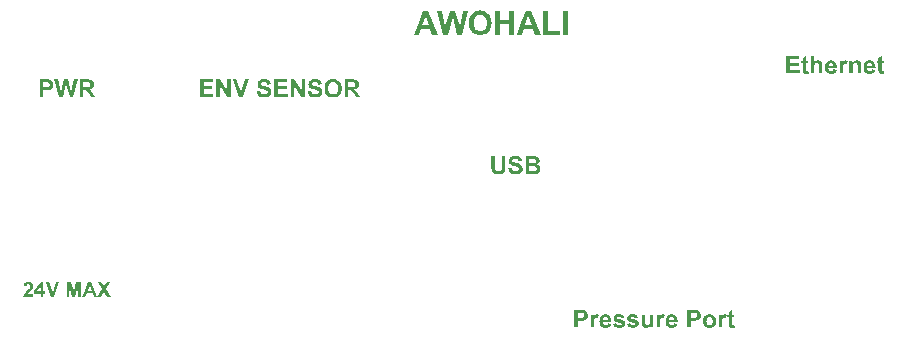
<source format=gbr>
%TF.GenerationSoftware,KiCad,Pcbnew,9.0.2*%
%TF.CreationDate,2025-05-19T10:18:23-04:00*%
%TF.ProjectId,frontPanel,66726f6e-7450-4616-9e65-6c2e6b696361,1*%
%TF.SameCoordinates,Original*%
%TF.FileFunction,Legend,Top*%
%TF.FilePolarity,Positive*%
%FSLAX46Y46*%
G04 Gerber Fmt 4.6, Leading zero omitted, Abs format (unit mm)*
G04 Created by KiCad (PCBNEW 9.0.2) date 2025-05-19 10:18:23*
%MOMM*%
%LPD*%
G01*
G04 APERTURE LIST*
%ADD10C,0.375000*%
%ADD11C,0.250000*%
G04 APERTURE END LIST*
D10*
G36*
X104444326Y-87623372D02*
G01*
X104552036Y-87638633D01*
X104632872Y-87669771D01*
X104704486Y-87718326D01*
X104768283Y-87786094D01*
X104815312Y-87865965D01*
X104844858Y-87962330D01*
X104855386Y-88079277D01*
X104849279Y-88170644D01*
X104832136Y-88247584D01*
X104805194Y-88312468D01*
X104767804Y-88372208D01*
X104725326Y-88421306D01*
X104677608Y-88460937D01*
X104598183Y-88506375D01*
X104520254Y-88532287D01*
X104399459Y-88547619D01*
X104205639Y-88553902D01*
X104007894Y-88553902D01*
X104007894Y-89122500D01*
X103704636Y-89122500D01*
X103704636Y-88301844D01*
X104007894Y-88301844D01*
X104173857Y-88301844D01*
X104338390Y-88294203D01*
X104413642Y-88277847D01*
X104467897Y-88246833D01*
X104508439Y-88202834D01*
X104533992Y-88148271D01*
X104542786Y-88083948D01*
X104537120Y-88030155D01*
X104520966Y-87984874D01*
X104494609Y-87946287D01*
X104459709Y-87914698D01*
X104419431Y-87892238D01*
X104372701Y-87878510D01*
X104304815Y-87871408D01*
X104154440Y-87868068D01*
X104007894Y-87868068D01*
X104007894Y-88301844D01*
X103704636Y-88301844D01*
X103704636Y-87616010D01*
X104191351Y-87616010D01*
X104444326Y-87623372D01*
G37*
G36*
X105317280Y-89122500D02*
G01*
X104958609Y-87616010D01*
X105269103Y-87616010D01*
X105495608Y-88650806D01*
X105770198Y-87616010D01*
X106130883Y-87616010D01*
X106394208Y-88668299D01*
X106624742Y-87616010D01*
X106930107Y-87616010D01*
X106565300Y-89122500D01*
X106243540Y-89122500D01*
X105944404Y-87996204D01*
X105646183Y-89122500D01*
X105317280Y-89122500D01*
G37*
G36*
X107887212Y-87621752D02*
G01*
X107999887Y-87636414D01*
X108074720Y-87656676D01*
X108142334Y-87690616D01*
X108200219Y-87738352D01*
X108249476Y-87801390D01*
X108285579Y-87873164D01*
X108307518Y-87951899D01*
X108315055Y-88039252D01*
X108308412Y-88123116D01*
X108289337Y-88196739D01*
X108258473Y-88261881D01*
X108215587Y-88319887D01*
X108162806Y-88367850D01*
X108097295Y-88407369D01*
X108016806Y-88438215D01*
X107918466Y-88459380D01*
X108010244Y-88521180D01*
X108080857Y-88585501D01*
X108147793Y-88669155D01*
X108253598Y-88829408D01*
X108436963Y-89122500D01*
X108074262Y-89122500D01*
X107854993Y-88795153D01*
X107745473Y-88637226D01*
X107695167Y-88574602D01*
X107649656Y-88535446D01*
X107603942Y-88512228D01*
X107548666Y-88500345D01*
X107451260Y-88495284D01*
X107389802Y-88495284D01*
X107389802Y-89122500D01*
X107086453Y-89122500D01*
X107086453Y-88254949D01*
X107389802Y-88254949D01*
X107614201Y-88254949D01*
X107812516Y-88248638D01*
X107886776Y-88236264D01*
X107935411Y-88210582D01*
X107971772Y-88171784D01*
X107994421Y-88121868D01*
X108002547Y-88057387D01*
X107997669Y-88007500D01*
X107983977Y-87966702D01*
X107962063Y-87933098D01*
X107914600Y-87895174D01*
X107847849Y-87873289D01*
X107626474Y-87868068D01*
X107389802Y-87868068D01*
X107389802Y-88254949D01*
X107086453Y-88254949D01*
X107086453Y-87616010D01*
X107724843Y-87616010D01*
X107887212Y-87621752D01*
G37*
G36*
X117273094Y-89122500D02*
G01*
X117273094Y-87616010D01*
X118386933Y-87616010D01*
X118386933Y-87868068D01*
X117576352Y-87868068D01*
X117576352Y-88202192D01*
X118330513Y-88202192D01*
X118330513Y-88454251D01*
X117576352Y-88454251D01*
X117576352Y-88870441D01*
X118415601Y-88870441D01*
X118415601Y-89122500D01*
X117273094Y-89122500D01*
G37*
G36*
X118675719Y-89122500D02*
G01*
X118675719Y-87616010D01*
X118970826Y-87616010D01*
X119585585Y-88624519D01*
X119585585Y-87616010D01*
X119867411Y-87616010D01*
X119867411Y-89122500D01*
X119563054Y-89122500D01*
X118957454Y-88129011D01*
X118957454Y-89122500D01*
X118675719Y-89122500D01*
G37*
G36*
X120571105Y-89122500D02*
G01*
X120034198Y-87616010D01*
X120363102Y-87616010D01*
X120743296Y-88729757D01*
X121111126Y-87616010D01*
X121432885Y-87616010D01*
X120894879Y-89122500D01*
X120571105Y-89122500D01*
G37*
G36*
X122093806Y-88641830D02*
G01*
X122388913Y-88612520D01*
X122414645Y-88705643D01*
X122451026Y-88775116D01*
X122496990Y-88825836D01*
X122554915Y-88862393D01*
X122626941Y-88885549D01*
X122716809Y-88893888D01*
X122812859Y-88885989D01*
X122884600Y-88864818D01*
X122937635Y-88832797D01*
X122980078Y-88788138D01*
X123004006Y-88741088D01*
X123011915Y-88689915D01*
X123003941Y-88640876D01*
X122980683Y-88600614D01*
X122941616Y-88568480D01*
X122871506Y-88536500D01*
X122628698Y-88469822D01*
X122467374Y-88420308D01*
X122357477Y-88369756D01*
X122286422Y-88319521D01*
X122224978Y-88252375D01*
X122182368Y-88180173D01*
X122156833Y-88101646D01*
X122148120Y-88014889D01*
X122155302Y-87939709D01*
X122176764Y-87868037D01*
X122213150Y-87798642D01*
X122262130Y-87737630D01*
X122324033Y-87686633D01*
X122400728Y-87645227D01*
X122484003Y-87616988D01*
X122581701Y-87598969D01*
X122696293Y-87592562D01*
X122839717Y-87601772D01*
X122955313Y-87627107D01*
X123048079Y-87666003D01*
X123122099Y-87717218D01*
X123184692Y-87784175D01*
X123230201Y-87860629D01*
X123259560Y-87948319D01*
X123272217Y-88049785D01*
X122968868Y-88061509D01*
X122949320Y-87987398D01*
X122921148Y-87933473D01*
X122885336Y-87895271D01*
X122839767Y-87868851D01*
X122777434Y-87851232D01*
X122693270Y-87844621D01*
X122606536Y-87851503D01*
X122538863Y-87870274D01*
X122486274Y-87899118D01*
X122459266Y-87925333D01*
X122443511Y-87955959D01*
X122438097Y-87992540D01*
X122449076Y-88041573D01*
X122483160Y-88084040D01*
X122526322Y-88110559D01*
X122612072Y-88144041D01*
X122761872Y-88185431D01*
X122967604Y-88243750D01*
X123089218Y-88294516D01*
X123155452Y-88336836D01*
X123210404Y-88387604D01*
X123255181Y-88447382D01*
X123287572Y-88514510D01*
X123307954Y-88593530D01*
X123315173Y-88686984D01*
X123307250Y-88771098D01*
X123283573Y-88851372D01*
X123243458Y-88929151D01*
X123189462Y-88997516D01*
X123122428Y-89053202D01*
X123040583Y-89096946D01*
X122951440Y-89126092D01*
X122843619Y-89144996D01*
X122713695Y-89151809D01*
X122569917Y-89142371D01*
X122451899Y-89116185D01*
X122355190Y-89075569D01*
X122276164Y-89021566D01*
X122209621Y-88951707D01*
X122156912Y-88866962D01*
X122117931Y-88764806D01*
X122093806Y-88641830D01*
G37*
G36*
X123570163Y-89122500D02*
G01*
X123570163Y-87616010D01*
X124684002Y-87616010D01*
X124684002Y-87868068D01*
X123873421Y-87868068D01*
X123873421Y-88202192D01*
X124627582Y-88202192D01*
X124627582Y-88454251D01*
X123873421Y-88454251D01*
X123873421Y-88870441D01*
X124712670Y-88870441D01*
X124712670Y-89122500D01*
X123570163Y-89122500D01*
G37*
G36*
X124972789Y-89122500D02*
G01*
X124972789Y-87616010D01*
X125267895Y-87616010D01*
X125882654Y-88624519D01*
X125882654Y-87616010D01*
X126164480Y-87616010D01*
X126164480Y-89122500D01*
X125860123Y-89122500D01*
X125254523Y-88129011D01*
X125254523Y-89122500D01*
X124972789Y-89122500D01*
G37*
G36*
X126408112Y-88641830D02*
G01*
X126703219Y-88612520D01*
X126728950Y-88705643D01*
X126765332Y-88775116D01*
X126811296Y-88825836D01*
X126869221Y-88862393D01*
X126941246Y-88885549D01*
X127031115Y-88893888D01*
X127127164Y-88885989D01*
X127198906Y-88864818D01*
X127251941Y-88832797D01*
X127294383Y-88788138D01*
X127318312Y-88741088D01*
X127326221Y-88689915D01*
X127318246Y-88640876D01*
X127294988Y-88600614D01*
X127255921Y-88568480D01*
X127185812Y-88536500D01*
X126943004Y-88469822D01*
X126781680Y-88420308D01*
X126671783Y-88369756D01*
X126600728Y-88319521D01*
X126539284Y-88252375D01*
X126496673Y-88180173D01*
X126471138Y-88101646D01*
X126462426Y-88014889D01*
X126469608Y-87939709D01*
X126491070Y-87868037D01*
X126527455Y-87798642D01*
X126576435Y-87737630D01*
X126638339Y-87686633D01*
X126715034Y-87645227D01*
X126798309Y-87616988D01*
X126896006Y-87598969D01*
X127010598Y-87592562D01*
X127154023Y-87601772D01*
X127269619Y-87627107D01*
X127362384Y-87666003D01*
X127436405Y-87717218D01*
X127498997Y-87784175D01*
X127544506Y-87860629D01*
X127573865Y-87948319D01*
X127586523Y-88049785D01*
X127283173Y-88061509D01*
X127263625Y-87987398D01*
X127235453Y-87933473D01*
X127199642Y-87895271D01*
X127154073Y-87868851D01*
X127091739Y-87851232D01*
X127007576Y-87844621D01*
X126920842Y-87851503D01*
X126853169Y-87870274D01*
X126800580Y-87899118D01*
X126773571Y-87925333D01*
X126757816Y-87955959D01*
X126752403Y-87992540D01*
X126763382Y-88041573D01*
X126797466Y-88084040D01*
X126840628Y-88110559D01*
X126926378Y-88144041D01*
X127076177Y-88185431D01*
X127281910Y-88243750D01*
X127403524Y-88294516D01*
X127469757Y-88336836D01*
X127524710Y-88387604D01*
X127569487Y-88447382D01*
X127601877Y-88514510D01*
X127622259Y-88593530D01*
X127629479Y-88686984D01*
X127621555Y-88771098D01*
X127597879Y-88851372D01*
X127557763Y-88929151D01*
X127503768Y-88997516D01*
X127436734Y-89053202D01*
X127354889Y-89096946D01*
X127265745Y-89126092D01*
X127157924Y-89144996D01*
X127028000Y-89151809D01*
X126884223Y-89142371D01*
X126766204Y-89116185D01*
X126669495Y-89075569D01*
X126590470Y-89021566D01*
X126523927Y-88951707D01*
X126471217Y-88866962D01*
X126432237Y-88764806D01*
X126408112Y-88641830D01*
G37*
G36*
X128682215Y-87601557D02*
G01*
X128799597Y-87627373D01*
X128903971Y-87668912D01*
X128997228Y-87725976D01*
X129080739Y-87799283D01*
X129149966Y-87884678D01*
X129204819Y-87982740D01*
X129245421Y-88095334D01*
X129271024Y-88224870D01*
X129280042Y-88374200D01*
X129271109Y-88522252D01*
X129245730Y-88650855D01*
X129205457Y-88762802D01*
X129151022Y-88860454D01*
X129082297Y-88945637D01*
X128999410Y-89018722D01*
X128906724Y-89075626D01*
X128802858Y-89117062D01*
X128685908Y-89142828D01*
X128553541Y-89151809D01*
X128419302Y-89142820D01*
X128301085Y-89117078D01*
X128196482Y-89075767D01*
X128103519Y-89019167D01*
X128020756Y-88946645D01*
X127951868Y-88861765D01*
X127897410Y-88764811D01*
X127857199Y-88654029D01*
X127831903Y-88527139D01*
X127823011Y-88381436D01*
X127823580Y-88371178D01*
X128135520Y-88371178D01*
X128144131Y-88501165D01*
X128167917Y-88606732D01*
X128204641Y-88692226D01*
X128253306Y-88761173D01*
X128316688Y-88819589D01*
X128386633Y-88860523D01*
X128464549Y-88885335D01*
X128552534Y-88893888D01*
X128640588Y-88885366D01*
X128718240Y-88860689D01*
X128787634Y-88820060D01*
X128850205Y-88762180D01*
X128897951Y-88693917D01*
X128934243Y-88608043D01*
X128957911Y-88500675D01*
X128966525Y-88367056D01*
X128958089Y-88234749D01*
X128934973Y-88129003D01*
X128899642Y-88044951D01*
X128853319Y-87978619D01*
X128792507Y-87922880D01*
X128723342Y-87883299D01*
X128644159Y-87858970D01*
X128552534Y-87850483D01*
X128461068Y-87859029D01*
X128381659Y-87883583D01*
X128311938Y-87923635D01*
X128250283Y-87980176D01*
X128203241Y-88047347D01*
X128167431Y-88132145D01*
X128144044Y-88238487D01*
X128135520Y-88371178D01*
X127823580Y-88371178D01*
X127831480Y-88228794D01*
X127855085Y-88101186D01*
X127891704Y-87994739D01*
X127952162Y-87885572D01*
X128031472Y-87788018D01*
X128093663Y-87731255D01*
X128158289Y-87686299D01*
X128225737Y-87652188D01*
X128321043Y-87619849D01*
X128428339Y-87599625D01*
X128549511Y-87592562D01*
X128682215Y-87601557D01*
G37*
G36*
X130318755Y-87621752D02*
G01*
X130431429Y-87636414D01*
X130506263Y-87656676D01*
X130573876Y-87690616D01*
X130631762Y-87738352D01*
X130681019Y-87801390D01*
X130717121Y-87873164D01*
X130739060Y-87951899D01*
X130746598Y-88039252D01*
X130739955Y-88123116D01*
X130720880Y-88196739D01*
X130690015Y-88261881D01*
X130647130Y-88319887D01*
X130594349Y-88367850D01*
X130528837Y-88407369D01*
X130448348Y-88438215D01*
X130350008Y-88459380D01*
X130441786Y-88521180D01*
X130512399Y-88585501D01*
X130579336Y-88669155D01*
X130685140Y-88829408D01*
X130868506Y-89122500D01*
X130505805Y-89122500D01*
X130286536Y-88795153D01*
X130177016Y-88637226D01*
X130126709Y-88574602D01*
X130081198Y-88535446D01*
X130035485Y-88512228D01*
X129980209Y-88500345D01*
X129882802Y-88495284D01*
X129821345Y-88495284D01*
X129821345Y-89122500D01*
X129517995Y-89122500D01*
X129517995Y-88254949D01*
X129821345Y-88254949D01*
X130045743Y-88254949D01*
X130244059Y-88248638D01*
X130318318Y-88236264D01*
X130366953Y-88210582D01*
X130403315Y-88171784D01*
X130425963Y-88121868D01*
X130434089Y-88057387D01*
X130429212Y-88007500D01*
X130415519Y-87966702D01*
X130393606Y-87933098D01*
X130346143Y-87895174D01*
X130279392Y-87873289D01*
X130058016Y-87868068D01*
X129821345Y-87868068D01*
X129821345Y-88254949D01*
X129517995Y-88254949D01*
X129517995Y-87616010D01*
X130156385Y-87616010D01*
X130318755Y-87621752D01*
G37*
G36*
X141935629Y-94116010D02*
G01*
X142238887Y-94116010D01*
X142238887Y-94939322D01*
X142242570Y-95118371D01*
X142250153Y-95193395D01*
X142269367Y-95252054D01*
X142300040Y-95301500D01*
X142342843Y-95343238D01*
X142394602Y-95373342D01*
X142460191Y-95392706D01*
X142543244Y-95399750D01*
X142627863Y-95392843D01*
X142691102Y-95374333D01*
X142737875Y-95346352D01*
X142776313Y-95307367D01*
X142802214Y-95264002D01*
X142816735Y-95215194D01*
X142826053Y-95124569D01*
X142830107Y-94956999D01*
X142830107Y-94116010D01*
X143133457Y-94116010D01*
X143133457Y-94909188D01*
X143125917Y-95161199D01*
X143108819Y-95293413D01*
X143087262Y-95365826D01*
X143056987Y-95428557D01*
X143018144Y-95482915D01*
X142970523Y-95529773D01*
X142912115Y-95570827D01*
X142841373Y-95606013D01*
X142766139Y-95630039D01*
X142671199Y-95645966D01*
X142552495Y-95651809D01*
X142408350Y-95645067D01*
X142302247Y-95627375D01*
X142226064Y-95601892D01*
X142155219Y-95564018D01*
X142097197Y-95520745D01*
X142050392Y-95472107D01*
X141996137Y-95388938D01*
X141965304Y-95304678D01*
X141944312Y-95159457D01*
X141935629Y-94921461D01*
X141935629Y-94116010D01*
G37*
G36*
X143376082Y-95141830D02*
G01*
X143671188Y-95112520D01*
X143696920Y-95205643D01*
X143733301Y-95275116D01*
X143779265Y-95325836D01*
X143837190Y-95362393D01*
X143909216Y-95385549D01*
X143999084Y-95393888D01*
X144095134Y-95385989D01*
X144166875Y-95364818D01*
X144219910Y-95332797D01*
X144262353Y-95288138D01*
X144286281Y-95241088D01*
X144294190Y-95189915D01*
X144286216Y-95140876D01*
X144262958Y-95100614D01*
X144223891Y-95068480D01*
X144153781Y-95036500D01*
X143910973Y-94969822D01*
X143749649Y-94920308D01*
X143639752Y-94869756D01*
X143568698Y-94819521D01*
X143507253Y-94752375D01*
X143464643Y-94680173D01*
X143439108Y-94601646D01*
X143430395Y-94514889D01*
X143437578Y-94439709D01*
X143459039Y-94368037D01*
X143495425Y-94298642D01*
X143544405Y-94237630D01*
X143606308Y-94186633D01*
X143683003Y-94145227D01*
X143766278Y-94116988D01*
X143863976Y-94098969D01*
X143978568Y-94092562D01*
X144121992Y-94101772D01*
X144237588Y-94127107D01*
X144330354Y-94166003D01*
X144404374Y-94217218D01*
X144466967Y-94284175D01*
X144512476Y-94360629D01*
X144541835Y-94448319D01*
X144554492Y-94549785D01*
X144251143Y-94561509D01*
X144231595Y-94487398D01*
X144203423Y-94433473D01*
X144167612Y-94395271D01*
X144122042Y-94368851D01*
X144059709Y-94351232D01*
X143975545Y-94344621D01*
X143888811Y-94351503D01*
X143821138Y-94370274D01*
X143768549Y-94399118D01*
X143741541Y-94425333D01*
X143725786Y-94455959D01*
X143720372Y-94492540D01*
X143731351Y-94541573D01*
X143765435Y-94584040D01*
X143808597Y-94610559D01*
X143894347Y-94644041D01*
X144044147Y-94685431D01*
X144249879Y-94743750D01*
X144371493Y-94794516D01*
X144437727Y-94836836D01*
X144492679Y-94887604D01*
X144537456Y-94947382D01*
X144569847Y-95014510D01*
X144590229Y-95093530D01*
X144597448Y-95186984D01*
X144589525Y-95271098D01*
X144565848Y-95351372D01*
X144525733Y-95429151D01*
X144471737Y-95497516D01*
X144404703Y-95553202D01*
X144322858Y-95596946D01*
X144233715Y-95626092D01*
X144125894Y-95644996D01*
X143995970Y-95651809D01*
X143852192Y-95642371D01*
X143734174Y-95616185D01*
X143637465Y-95575569D01*
X143558439Y-95521566D01*
X143491896Y-95451707D01*
X143439187Y-95366962D01*
X143400207Y-95264806D01*
X143376082Y-95141830D01*
G37*
G36*
X145620853Y-94120414D02*
G01*
X145719805Y-94130939D01*
X145803403Y-94154109D01*
X145876609Y-94193038D01*
X145939392Y-94247409D01*
X145991831Y-94318792D01*
X146017296Y-94372743D01*
X146032720Y-94431073D01*
X146037993Y-94494830D01*
X146031620Y-94563689D01*
X146012758Y-94627994D01*
X145981115Y-94688912D01*
X145938695Y-94742872D01*
X145887614Y-94786785D01*
X145826875Y-94821352D01*
X145913745Y-94855616D01*
X145983174Y-94901227D01*
X146037901Y-94958189D01*
X146078648Y-95025804D01*
X146103258Y-95100868D01*
X146111724Y-95185427D01*
X146106499Y-95252935D01*
X146090770Y-95319375D01*
X146064096Y-95385462D01*
X146027926Y-95446678D01*
X145984652Y-95498124D01*
X145933945Y-95540800D01*
X145876499Y-95573710D01*
X145809280Y-95597720D01*
X145730522Y-95612241D01*
X145628737Y-95618077D01*
X145364707Y-95622500D01*
X144853445Y-95622500D01*
X144853445Y-95370441D01*
X145156795Y-95370441D01*
X145437522Y-95370441D01*
X145586832Y-95367359D01*
X145645525Y-95361190D01*
X145707336Y-95339602D01*
X145755617Y-95300832D01*
X145778628Y-95266555D01*
X145793049Y-95224428D01*
X145798207Y-95172329D01*
X145789663Y-95108224D01*
X145765418Y-95056833D01*
X145726090Y-95016340D01*
X145670621Y-94987682D01*
X145590761Y-94973053D01*
X145401710Y-94965975D01*
X145156795Y-94965975D01*
X145156795Y-95370441D01*
X144853445Y-95370441D01*
X144853445Y-94713916D01*
X145156795Y-94713916D01*
X145355548Y-94713916D01*
X145575916Y-94708787D01*
X145647165Y-94690068D01*
X145698281Y-94655298D01*
X145722695Y-94623228D01*
X145737628Y-94584874D01*
X145742886Y-94538428D01*
X145732819Y-94474297D01*
X145704418Y-94425771D01*
X145676116Y-94401554D01*
X145638824Y-94383846D01*
X145590204Y-94373197D01*
X145331001Y-94368068D01*
X145156795Y-94368068D01*
X145156795Y-94713916D01*
X144853445Y-94713916D01*
X144853445Y-94116010D01*
X145453916Y-94116010D01*
X145620853Y-94120414D01*
G37*
G36*
X149712051Y-107123372D02*
G01*
X149819761Y-107138633D01*
X149900597Y-107169771D01*
X149972211Y-107218326D01*
X150036008Y-107286094D01*
X150083037Y-107365965D01*
X150112583Y-107462330D01*
X150123111Y-107579277D01*
X150117004Y-107670644D01*
X150099861Y-107747584D01*
X150072919Y-107812468D01*
X150035529Y-107872208D01*
X149993051Y-107921306D01*
X149945333Y-107960937D01*
X149865908Y-108006375D01*
X149787979Y-108032287D01*
X149667184Y-108047619D01*
X149473364Y-108053902D01*
X149275619Y-108053902D01*
X149275619Y-108622500D01*
X148972361Y-108622500D01*
X148972361Y-107801844D01*
X149275619Y-107801844D01*
X149441582Y-107801844D01*
X149606115Y-107794203D01*
X149681367Y-107777847D01*
X149735622Y-107746833D01*
X149776164Y-107702834D01*
X149801717Y-107648271D01*
X149810511Y-107583948D01*
X149804845Y-107530155D01*
X149788691Y-107484874D01*
X149762334Y-107446287D01*
X149727434Y-107414698D01*
X149687156Y-107392238D01*
X149640426Y-107378510D01*
X149572540Y-107371408D01*
X149422165Y-107368068D01*
X149275619Y-107368068D01*
X149275619Y-107801844D01*
X148972361Y-107801844D01*
X148972361Y-107116010D01*
X149459076Y-107116010D01*
X149712051Y-107123372D01*
G37*
G36*
X150645455Y-108622500D02*
G01*
X150357493Y-108622500D01*
X150357493Y-107532199D01*
X150624938Y-107532199D01*
X150624938Y-107686897D01*
X150695592Y-107589014D01*
X150748403Y-107540076D01*
X150806573Y-107512301D01*
X150872875Y-107502890D01*
X150937028Y-107508796D01*
X150999915Y-107526626D01*
X151062469Y-107557112D01*
X150973351Y-107807889D01*
X150900317Y-107771607D01*
X150838071Y-107760811D01*
X150781470Y-107769463D01*
X150735580Y-107794425D01*
X150700447Y-107837315D01*
X150669543Y-107915783D01*
X150653244Y-108027316D01*
X150645455Y-108283613D01*
X150645455Y-108622500D01*
G37*
G36*
X151720013Y-107513738D02*
G01*
X151821463Y-107544639D01*
X151908758Y-107594568D01*
X151984241Y-107664457D01*
X152030857Y-107729572D01*
X152068572Y-107808823D01*
X152096758Y-107904757D01*
X152114069Y-108020449D01*
X152118514Y-108159415D01*
X151397143Y-108159415D01*
X151407134Y-108241999D01*
X151430789Y-108306959D01*
X151466844Y-108358076D01*
X151515015Y-108397595D01*
X151569619Y-108421016D01*
X151632807Y-108429059D01*
X151696138Y-108419701D01*
X151746563Y-108392972D01*
X151785438Y-108348526D01*
X151816263Y-108276652D01*
X152103127Y-108323546D01*
X152057631Y-108424622D01*
X151999445Y-108505054D01*
X151928371Y-108567911D01*
X151845056Y-108613340D01*
X151746664Y-108641755D01*
X151629692Y-108651809D01*
X151515864Y-108643367D01*
X151419603Y-108619559D01*
X151337909Y-108581829D01*
X151268436Y-108530450D01*
X151209656Y-108464505D01*
X151163977Y-108387461D01*
X151130430Y-108299876D01*
X151109409Y-108199969D01*
X151102036Y-108085593D01*
X151109463Y-107983560D01*
X151402272Y-107983560D01*
X151832658Y-107983560D01*
X151823103Y-107901496D01*
X151801038Y-107838892D01*
X151768087Y-107791402D01*
X151723686Y-107754577D01*
X151674435Y-107732985D01*
X151618518Y-107725640D01*
X151558738Y-107733505D01*
X151507527Y-107756381D01*
X151462722Y-107795066D01*
X151429740Y-107844635D01*
X151409200Y-107906344D01*
X151402272Y-107983560D01*
X151109463Y-107983560D01*
X151111974Y-107949070D01*
X151139876Y-107834649D01*
X151183862Y-107738517D01*
X151243453Y-107657679D01*
X151319231Y-107589671D01*
X151402844Y-107541896D01*
X151495961Y-107512892D01*
X151601024Y-107502890D01*
X151720013Y-107513738D01*
G37*
G36*
X152251138Y-108311823D02*
G01*
X152540108Y-108276652D01*
X152557345Y-108329497D01*
X152582293Y-108371087D01*
X152614846Y-108403414D01*
X152654729Y-108426307D01*
X152706280Y-108441186D01*
X152772657Y-108446645D01*
X152846298Y-108441147D01*
X152900863Y-108426521D01*
X152940727Y-108404696D01*
X152969101Y-108370553D01*
X152978646Y-108326202D01*
X152973369Y-108295099D01*
X152958129Y-108270607D01*
X152929038Y-108252836D01*
X152861867Y-108231864D01*
X152625218Y-108171652D01*
X152489132Y-108124729D01*
X152420215Y-108088982D01*
X152363095Y-108039347D01*
X152323455Y-107982579D01*
X152299425Y-107917285D01*
X152291072Y-107841045D01*
X152298117Y-107772007D01*
X152318731Y-107709859D01*
X152353112Y-107653013D01*
X152402721Y-107600435D01*
X152460453Y-107560817D01*
X152534725Y-107530347D01*
X152629389Y-107510262D01*
X152749118Y-107502890D01*
X152864418Y-107508614D01*
X152955390Y-107524128D01*
X153026355Y-107547381D01*
X153081045Y-107576987D01*
X153144878Y-107632999D01*
X153194659Y-107704975D01*
X153230704Y-107795982D01*
X152959228Y-107848738D01*
X152933375Y-107787591D01*
X152893100Y-107744324D01*
X152858760Y-107725245D01*
X152813488Y-107712698D01*
X152754248Y-107708054D01*
X152678281Y-107712590D01*
X152626004Y-107724195D01*
X152591307Y-107740569D01*
X152566520Y-107767328D01*
X152558517Y-107800195D01*
X152565425Y-107828832D01*
X152587185Y-107853684D01*
X152649992Y-107881365D01*
X152856188Y-107936482D01*
X153009003Y-107979731D01*
X153111887Y-108023521D01*
X153177398Y-108066542D01*
X153226716Y-108123820D01*
X153256899Y-108194618D01*
X153267616Y-108283063D01*
X153259900Y-108355578D01*
X153237108Y-108422112D01*
X153198667Y-108484271D01*
X153142594Y-108543090D01*
X153077863Y-108587830D01*
X152997070Y-108621750D01*
X152896749Y-108643803D01*
X152772657Y-108651809D01*
X152660190Y-108645241D01*
X152565844Y-108626884D01*
X152486800Y-108598287D01*
X152420673Y-108560309D01*
X152361273Y-108510261D01*
X152313713Y-108452766D01*
X152277074Y-108387045D01*
X152251138Y-108311823D01*
G37*
G36*
X153417642Y-108311823D02*
G01*
X153706612Y-108276652D01*
X153723849Y-108329497D01*
X153748796Y-108371087D01*
X153781350Y-108403414D01*
X153821233Y-108426307D01*
X153872784Y-108441186D01*
X153939161Y-108446645D01*
X154012802Y-108441147D01*
X154067367Y-108426521D01*
X154107231Y-108404696D01*
X154135604Y-108370553D01*
X154145150Y-108326202D01*
X154139872Y-108295099D01*
X154124633Y-108270607D01*
X154095542Y-108252836D01*
X154028371Y-108231864D01*
X153791722Y-108171652D01*
X153655636Y-108124729D01*
X153586719Y-108088982D01*
X153529599Y-108039347D01*
X153489959Y-107982579D01*
X153465929Y-107917285D01*
X153457575Y-107841045D01*
X153464620Y-107772007D01*
X153485235Y-107709859D01*
X153519615Y-107653013D01*
X153569225Y-107600435D01*
X153626956Y-107560817D01*
X153701228Y-107530347D01*
X153795892Y-107510262D01*
X153915622Y-107502890D01*
X154030922Y-107508614D01*
X154121894Y-107524128D01*
X154192859Y-107547381D01*
X154247548Y-107576987D01*
X154311382Y-107632999D01*
X154361163Y-107704975D01*
X154397208Y-107795982D01*
X154125732Y-107848738D01*
X154099879Y-107787591D01*
X154059603Y-107744324D01*
X154025264Y-107725245D01*
X153979991Y-107712698D01*
X153920751Y-107708054D01*
X153844784Y-107712590D01*
X153792508Y-107724195D01*
X153757811Y-107740569D01*
X153733024Y-107767328D01*
X153725021Y-107800195D01*
X153731929Y-107828832D01*
X153753689Y-107853684D01*
X153816495Y-107881365D01*
X154022692Y-107936482D01*
X154175507Y-107979731D01*
X154278391Y-108023521D01*
X154343902Y-108066542D01*
X154393220Y-108123820D01*
X154423403Y-108194618D01*
X154434119Y-108283063D01*
X154426404Y-108355578D01*
X154403612Y-108422112D01*
X154365171Y-108484271D01*
X154309098Y-108543090D01*
X154244367Y-108587830D01*
X154163574Y-108621750D01*
X154063252Y-108643803D01*
X153939161Y-108651809D01*
X153826694Y-108645241D01*
X153732347Y-108626884D01*
X153653304Y-108598287D01*
X153587177Y-108560309D01*
X153527776Y-108510261D01*
X153480217Y-108452766D01*
X153443578Y-108387045D01*
X153417642Y-108311823D01*
G37*
G36*
X155401871Y-108622500D02*
G01*
X155401871Y-108459559D01*
X155358330Y-108513528D01*
X155306487Y-108559953D01*
X155245525Y-108599235D01*
X155179379Y-108628587D01*
X155111559Y-108645987D01*
X155041185Y-108651809D01*
X154969310Y-108646228D01*
X154904088Y-108629983D01*
X154844356Y-108603357D01*
X154791155Y-108566280D01*
X154749534Y-108521201D01*
X154718326Y-108467253D01*
X154698161Y-108407388D01*
X154684503Y-108328175D01*
X154679400Y-108224994D01*
X154679400Y-107532199D01*
X154967363Y-107532199D01*
X154967363Y-108034118D01*
X154972813Y-108242951D01*
X154983208Y-108316402D01*
X155005820Y-108363198D01*
X155041093Y-108398743D01*
X155087275Y-108421049D01*
X155147705Y-108429059D01*
X155217972Y-108418819D01*
X155279871Y-108388484D01*
X155329619Y-108342256D01*
X155359830Y-108287643D01*
X155374127Y-108206204D01*
X155381354Y-107992994D01*
X155381354Y-107532199D01*
X155669316Y-107532199D01*
X155669316Y-108622500D01*
X155401871Y-108622500D01*
G37*
G36*
X156243501Y-108622500D02*
G01*
X155955539Y-108622500D01*
X155955539Y-107532199D01*
X156222985Y-107532199D01*
X156222985Y-107686897D01*
X156293638Y-107589014D01*
X156346449Y-107540076D01*
X156404619Y-107512301D01*
X156470922Y-107502890D01*
X156535074Y-107508796D01*
X156597961Y-107526626D01*
X156660515Y-107557112D01*
X156571397Y-107807889D01*
X156498363Y-107771607D01*
X156436117Y-107760811D01*
X156379516Y-107769463D01*
X156333627Y-107794425D01*
X156298493Y-107837315D01*
X156267589Y-107915783D01*
X156251290Y-108027316D01*
X156243501Y-108283613D01*
X156243501Y-108622500D01*
G37*
G36*
X157318059Y-107513738D02*
G01*
X157419509Y-107544639D01*
X157506805Y-107594568D01*
X157582288Y-107664457D01*
X157628903Y-107729572D01*
X157666618Y-107808823D01*
X157694804Y-107904757D01*
X157712115Y-108020449D01*
X157716560Y-108159415D01*
X156995189Y-108159415D01*
X157005180Y-108241999D01*
X157028835Y-108306959D01*
X157064890Y-108358076D01*
X157113061Y-108397595D01*
X157167665Y-108421016D01*
X157230853Y-108429059D01*
X157294184Y-108419701D01*
X157344609Y-108392972D01*
X157383484Y-108348526D01*
X157414310Y-108276652D01*
X157701173Y-108323546D01*
X157655677Y-108424622D01*
X157597491Y-108505054D01*
X157526417Y-108567911D01*
X157443102Y-108613340D01*
X157344710Y-108641755D01*
X157227739Y-108651809D01*
X157113910Y-108643367D01*
X157017649Y-108619559D01*
X156935955Y-108581829D01*
X156866482Y-108530450D01*
X156807702Y-108464505D01*
X156762023Y-108387461D01*
X156728476Y-108299876D01*
X156707455Y-108199969D01*
X156700082Y-108085593D01*
X156707509Y-107983560D01*
X157000318Y-107983560D01*
X157430704Y-107983560D01*
X157421149Y-107901496D01*
X157399084Y-107838892D01*
X157366133Y-107791402D01*
X157321732Y-107754577D01*
X157272481Y-107732985D01*
X157216564Y-107725640D01*
X157156785Y-107733505D01*
X157105573Y-107756381D01*
X157060768Y-107795066D01*
X157027786Y-107844635D01*
X157007246Y-107906344D01*
X157000318Y-107983560D01*
X156707509Y-107983560D01*
X156710020Y-107949070D01*
X156737922Y-107834649D01*
X156781908Y-107738517D01*
X156841499Y-107657679D01*
X156917277Y-107589671D01*
X157000890Y-107541896D01*
X157094007Y-107512892D01*
X157199071Y-107502890D01*
X157318059Y-107513738D01*
G37*
G36*
X159275624Y-107123372D02*
G01*
X159383334Y-107138633D01*
X159464170Y-107169771D01*
X159535784Y-107218326D01*
X159599581Y-107286094D01*
X159646610Y-107365965D01*
X159676156Y-107462330D01*
X159686684Y-107579277D01*
X159680577Y-107670644D01*
X159663434Y-107747584D01*
X159636492Y-107812468D01*
X159599102Y-107872208D01*
X159556624Y-107921306D01*
X159508906Y-107960937D01*
X159429481Y-108006375D01*
X159351552Y-108032287D01*
X159230757Y-108047619D01*
X159036937Y-108053902D01*
X158839192Y-108053902D01*
X158839192Y-108622500D01*
X158535934Y-108622500D01*
X158535934Y-107801844D01*
X158839192Y-107801844D01*
X159005155Y-107801844D01*
X159169688Y-107794203D01*
X159244940Y-107777847D01*
X159299195Y-107746833D01*
X159339737Y-107702834D01*
X159365290Y-107648271D01*
X159374084Y-107583948D01*
X159368418Y-107530155D01*
X159352264Y-107484874D01*
X159325907Y-107446287D01*
X159291006Y-107414698D01*
X159250729Y-107392238D01*
X159203999Y-107378510D01*
X159136113Y-107371408D01*
X158985737Y-107368068D01*
X158839192Y-107368068D01*
X158839192Y-107801844D01*
X158535934Y-107801844D01*
X158535934Y-107116010D01*
X159022649Y-107116010D01*
X159275624Y-107123372D01*
G37*
G36*
X160548212Y-107513571D02*
G01*
X160654239Y-107544323D01*
X160748175Y-107594449D01*
X160832030Y-107664915D01*
X160900605Y-107750499D01*
X160949469Y-107845842D01*
X160979446Y-107952874D01*
X160989842Y-108074235D01*
X160979356Y-108196608D01*
X160949101Y-108304681D01*
X160899756Y-108401091D01*
X160830473Y-108487769D01*
X160745743Y-108559488D01*
X160652004Y-108610198D01*
X160547400Y-108641122D01*
X160429304Y-108651809D01*
X160331189Y-108644228D01*
X160236419Y-108621581D01*
X160143907Y-108583482D01*
X160060187Y-108530512D01*
X159991878Y-108464192D01*
X159937460Y-108383264D01*
X159899369Y-108292661D01*
X159875286Y-108186505D01*
X159867817Y-108077349D01*
X160161858Y-108077349D01*
X160171552Y-108184665D01*
X160197931Y-108266933D01*
X160238703Y-108329774D01*
X160294663Y-108378904D01*
X160357045Y-108407585D01*
X160428297Y-108417336D01*
X160499527Y-108407573D01*
X160561718Y-108378886D01*
X160617341Y-108329774D01*
X160657772Y-108266935D01*
X160684042Y-108184044D01*
X160693728Y-108075243D01*
X160684125Y-107969335D01*
X160657931Y-107887729D01*
X160617341Y-107825016D01*
X160561711Y-107775849D01*
X160499521Y-107747134D01*
X160428297Y-107737363D01*
X160357052Y-107747123D01*
X160294670Y-107775831D01*
X160238703Y-107825016D01*
X160197935Y-107887801D01*
X160171554Y-107970035D01*
X160161858Y-108077349D01*
X159867817Y-108077349D01*
X159866752Y-108061779D01*
X159874504Y-107966851D01*
X159897838Y-107873739D01*
X159937460Y-107781327D01*
X159991656Y-107697434D01*
X160058079Y-107628942D01*
X160137770Y-107574331D01*
X160226568Y-107534974D01*
X160322545Y-107511069D01*
X160427289Y-107502890D01*
X160548212Y-107513571D01*
G37*
G36*
X161491303Y-108622500D02*
G01*
X161203340Y-108622500D01*
X161203340Y-107532199D01*
X161470786Y-107532199D01*
X161470786Y-107686897D01*
X161541440Y-107589014D01*
X161594251Y-107540076D01*
X161652420Y-107512301D01*
X161718723Y-107502890D01*
X161782876Y-107508796D01*
X161845763Y-107526626D01*
X161908317Y-107557112D01*
X161819199Y-107807889D01*
X161746165Y-107771607D01*
X161683919Y-107760811D01*
X161627318Y-107769463D01*
X161581428Y-107794425D01*
X161546295Y-107837315D01*
X161515391Y-107915783D01*
X161499092Y-108027316D01*
X161491303Y-108283613D01*
X161491303Y-108622500D01*
G37*
G36*
X162530953Y-107532199D02*
G01*
X162530953Y-107760811D01*
X162334215Y-107760811D01*
X162334215Y-108203562D01*
X162339802Y-108360274D01*
X162348938Y-108380419D01*
X162365448Y-108397002D01*
X162387140Y-108407714D01*
X162414174Y-108411474D01*
X162457844Y-108405770D01*
X162529945Y-108383813D01*
X162554492Y-108608486D01*
X162486304Y-108632100D01*
X162410850Y-108646736D01*
X162326980Y-108651809D01*
X162251761Y-108644988D01*
X162186571Y-108625430D01*
X162130754Y-108593931D01*
X162094888Y-108557195D01*
X162071151Y-108510534D01*
X162054496Y-108444080D01*
X162048209Y-108380634D01*
X162045245Y-108239374D01*
X162045245Y-107760811D01*
X161913080Y-107760811D01*
X161913080Y-107532199D01*
X162045245Y-107532199D01*
X162045245Y-107321174D01*
X162334215Y-107151181D01*
X162334215Y-107532199D01*
X162530953Y-107532199D01*
G37*
G36*
X137402495Y-83830000D02*
G01*
X136962491Y-83830000D01*
X136787613Y-83376685D01*
X135987107Y-83376685D01*
X135821755Y-83830000D01*
X135392743Y-83830000D01*
X135699324Y-83040607D01*
X136111427Y-83040607D01*
X136657920Y-83040607D01*
X136381926Y-82290293D01*
X136111427Y-83040607D01*
X135699324Y-83040607D01*
X136172854Y-81821346D01*
X136600523Y-81821346D01*
X137402495Y-83830000D01*
G37*
G36*
X137824669Y-83830000D02*
G01*
X137346441Y-81821346D01*
X137760433Y-81821346D01*
X138062439Y-83201074D01*
X138428559Y-81821346D01*
X138909473Y-81821346D01*
X139260572Y-83224399D01*
X139567952Y-81821346D01*
X139975105Y-81821346D01*
X139488695Y-83830000D01*
X139059682Y-83830000D01*
X138660834Y-82328272D01*
X138263207Y-83830000D01*
X137824669Y-83830000D01*
G37*
G36*
X141169681Y-81802076D02*
G01*
X141326190Y-81836498D01*
X141465355Y-81891882D01*
X141589698Y-81967968D01*
X141701047Y-82065711D01*
X141793349Y-82179571D01*
X141866486Y-82310320D01*
X141920623Y-82460446D01*
X141954760Y-82633160D01*
X141966783Y-82832267D01*
X141954872Y-83029670D01*
X141921034Y-83201140D01*
X141867337Y-83350403D01*
X141794757Y-83480605D01*
X141703123Y-83594183D01*
X141592608Y-83691629D01*
X141469026Y-83767501D01*
X141330538Y-83822750D01*
X141174605Y-83857104D01*
X140998116Y-83869078D01*
X140819130Y-83857094D01*
X140661508Y-83822771D01*
X140522037Y-83767689D01*
X140398087Y-83692223D01*
X140287736Y-83595526D01*
X140195884Y-83482353D01*
X140123275Y-83353082D01*
X140069660Y-83205372D01*
X140035931Y-83036185D01*
X140024075Y-82841915D01*
X140024834Y-82828237D01*
X140440754Y-82828237D01*
X140452235Y-83001554D01*
X140483950Y-83142309D01*
X140532916Y-83256302D01*
X140597802Y-83348230D01*
X140682311Y-83426119D01*
X140775571Y-83480698D01*
X140879459Y-83513781D01*
X140996773Y-83525184D01*
X141114178Y-83513821D01*
X141217715Y-83480919D01*
X141310239Y-83426747D01*
X141393667Y-83349574D01*
X141457328Y-83258556D01*
X141505719Y-83144057D01*
X141537275Y-83000901D01*
X141548761Y-82822742D01*
X141537513Y-82646333D01*
X141506691Y-82505337D01*
X141459583Y-82393269D01*
X141397819Y-82304825D01*
X141316736Y-82230507D01*
X141224517Y-82177732D01*
X141118939Y-82145293D01*
X140996773Y-82133977D01*
X140874819Y-82145372D01*
X140768940Y-82178111D01*
X140675977Y-82231513D01*
X140593772Y-82306901D01*
X140531049Y-82396463D01*
X140483302Y-82509526D01*
X140452119Y-82651316D01*
X140440754Y-82828237D01*
X140024834Y-82828237D01*
X140035368Y-82638393D01*
X140066841Y-82468248D01*
X140115666Y-82326318D01*
X140196277Y-82180762D01*
X140302024Y-82050690D01*
X140384944Y-81975007D01*
X140471113Y-81915066D01*
X140561043Y-81869584D01*
X140688118Y-81826465D01*
X140831179Y-81799501D01*
X140992743Y-81790083D01*
X141169681Y-81802076D01*
G37*
G36*
X142284054Y-83830000D02*
G01*
X142284054Y-81821346D01*
X142688521Y-81821346D01*
X142688521Y-82610739D01*
X143480844Y-82610739D01*
X143480844Y-81821346D01*
X143885311Y-81821346D01*
X143885311Y-83830000D01*
X143480844Y-83830000D01*
X143480844Y-82946817D01*
X142688521Y-82946817D01*
X142688521Y-83830000D01*
X142284054Y-83830000D01*
G37*
G36*
X146109264Y-83830000D02*
G01*
X145669260Y-83830000D01*
X145494382Y-83376685D01*
X144693876Y-83376685D01*
X144528524Y-83830000D01*
X144099512Y-83830000D01*
X144406093Y-83040607D01*
X144818196Y-83040607D01*
X145364689Y-83040607D01*
X145088695Y-82290293D01*
X144818196Y-83040607D01*
X144406093Y-83040607D01*
X144879623Y-81821346D01*
X145307292Y-81821346D01*
X146109264Y-83830000D01*
G37*
G36*
X146334334Y-83830000D02*
G01*
X146334334Y-81844794D01*
X146738800Y-81844794D01*
X146738800Y-83493921D01*
X147744348Y-83493921D01*
X147744348Y-83830000D01*
X146334334Y-83830000D01*
G37*
G36*
X148020830Y-83830000D02*
G01*
X148020830Y-81821346D01*
X148425297Y-81821346D01*
X148425297Y-83830000D01*
X148020830Y-83830000D01*
G37*
D11*
G36*
X103143428Y-105794046D02*
G01*
X103143428Y-106018750D01*
X102302393Y-106018750D01*
X102317473Y-105936591D01*
X102344626Y-105857236D01*
X102384367Y-105779926D01*
X102435604Y-105707743D01*
X102521735Y-105610127D01*
X102654179Y-105480576D01*
X102798969Y-105339577D01*
X102853084Y-105276175D01*
X102881444Y-105225072D01*
X102897462Y-105176583D01*
X102902619Y-105129706D01*
X102897299Y-105078034D01*
X102882642Y-105037899D01*
X102859495Y-105006668D01*
X102828261Y-104983381D01*
X102789288Y-104968836D01*
X102740351Y-104963620D01*
X102692170Y-104969010D01*
X102653001Y-104984208D01*
X102620824Y-105008882D01*
X102597229Y-105042001D01*
X102579583Y-105090357D01*
X102569610Y-105159015D01*
X102330557Y-105135125D01*
X102348712Y-105036129D01*
X102377839Y-104958024D01*
X102416535Y-104896916D01*
X102464585Y-104849895D01*
X102522812Y-104812882D01*
X102588295Y-104785946D01*
X102662297Y-104769189D01*
X102746380Y-104763341D01*
X102838716Y-104770287D01*
X102916423Y-104789843D01*
X102982048Y-104820798D01*
X103037564Y-104862947D01*
X103084146Y-104916126D01*
X103116828Y-104974319D01*
X103136621Y-105038621D01*
X103143428Y-105110624D01*
X103135802Y-105193132D01*
X103113126Y-105271061D01*
X103075564Y-105346338D01*
X103017032Y-105430582D01*
X102963381Y-105490531D01*
X102859953Y-105589798D01*
X102716079Y-105727643D01*
X102667001Y-105794046D01*
X103143428Y-105794046D01*
G37*
G36*
X104007971Y-105554688D02*
G01*
X104163370Y-105554688D01*
X104163370Y-105764737D01*
X104007971Y-105764737D01*
X104007971Y-106018750D01*
X103775711Y-106018750D01*
X103775711Y-105764737D01*
X103263336Y-105764737D01*
X103263336Y-105555528D01*
X103263912Y-105554688D01*
X103487886Y-105554688D01*
X103775711Y-105554688D01*
X103775711Y-105134743D01*
X103487886Y-105554688D01*
X103263912Y-105554688D01*
X103806394Y-104763341D01*
X104007971Y-104763341D01*
X104007971Y-105554688D01*
G37*
G36*
X104649566Y-106018750D02*
G01*
X104202144Y-104763341D01*
X104476230Y-104763341D01*
X104793059Y-105691464D01*
X105099584Y-104763341D01*
X105367717Y-104763341D01*
X104919378Y-106018750D01*
X104649566Y-106018750D01*
G37*
G36*
X105979087Y-106018750D02*
G01*
X105979087Y-104763341D01*
X106357358Y-104763341D01*
X106584504Y-105619718D01*
X106809055Y-104763341D01*
X107188242Y-104763341D01*
X107188242Y-106018750D01*
X106953387Y-106018750D01*
X106953387Y-105030558D01*
X106704946Y-106018750D01*
X106461543Y-106018750D01*
X106213942Y-105030558D01*
X106213942Y-106018750D01*
X105979087Y-106018750D01*
G37*
G36*
X108568290Y-106018750D02*
G01*
X108293288Y-106018750D01*
X108183989Y-105735428D01*
X107683673Y-105735428D01*
X107580328Y-106018750D01*
X107312195Y-106018750D01*
X107503808Y-105525379D01*
X107761373Y-105525379D01*
X108102931Y-105525379D01*
X107930435Y-105056433D01*
X107761373Y-105525379D01*
X107503808Y-105525379D01*
X107799765Y-104763341D01*
X108067058Y-104763341D01*
X108568290Y-106018750D01*
G37*
G36*
X108574931Y-106018750D02*
G01*
X109008004Y-105365705D01*
X108615078Y-104763341D01*
X108910535Y-104763341D01*
X109158366Y-105139017D01*
X109407493Y-104763341D01*
X109700356Y-104763341D01*
X109306896Y-105364102D01*
X109738824Y-106018750D01*
X109433978Y-106018750D01*
X109156610Y-105593538D01*
X108878097Y-106018750D01*
X108574931Y-106018750D01*
G37*
D10*
G36*
X166896995Y-87122500D02*
G01*
X166896995Y-85616010D01*
X168010834Y-85616010D01*
X168010834Y-85868068D01*
X167200253Y-85868068D01*
X167200253Y-86202192D01*
X167954414Y-86202192D01*
X167954414Y-86454251D01*
X167200253Y-86454251D01*
X167200253Y-86870441D01*
X168039502Y-86870441D01*
X168039502Y-87122500D01*
X166896995Y-87122500D01*
G37*
G36*
X168793479Y-86032199D02*
G01*
X168793479Y-86260811D01*
X168596742Y-86260811D01*
X168596742Y-86703562D01*
X168602329Y-86860274D01*
X168611464Y-86880419D01*
X168627974Y-86897002D01*
X168649666Y-86907714D01*
X168676701Y-86911474D01*
X168720371Y-86905770D01*
X168792472Y-86883813D01*
X168817018Y-87108486D01*
X168748830Y-87132100D01*
X168673376Y-87146736D01*
X168589506Y-87151809D01*
X168514288Y-87144988D01*
X168449097Y-87125430D01*
X168393280Y-87093931D01*
X168357414Y-87057195D01*
X168333677Y-87010534D01*
X168317023Y-86944080D01*
X168310735Y-86880634D01*
X168307772Y-86739374D01*
X168307772Y-86260811D01*
X168175606Y-86260811D01*
X168175606Y-86032199D01*
X168307772Y-86032199D01*
X168307772Y-85821174D01*
X168596742Y-85651181D01*
X168596742Y-86032199D01*
X168793479Y-86032199D01*
G37*
G36*
X169280378Y-85616010D02*
G01*
X169280378Y-86167663D01*
X169356017Y-86093529D01*
X169435719Y-86042913D01*
X169520813Y-86012999D01*
X169613403Y-86002890D01*
X169709252Y-86012441D01*
X169792738Y-86039985D01*
X169864520Y-86083597D01*
X169913180Y-86134873D01*
X169947194Y-86195556D01*
X169968501Y-86262734D01*
X169978929Y-86342478D01*
X169983339Y-86480263D01*
X169983339Y-87122500D01*
X169695377Y-87122500D01*
X169695377Y-86544835D01*
X169689922Y-86388287D01*
X169678982Y-86326573D01*
X169656350Y-86285038D01*
X169621096Y-86252934D01*
X169575865Y-86232871D01*
X169517049Y-86225640D01*
X169448557Y-86234558D01*
X169389005Y-86260628D01*
X169340877Y-86303673D01*
X169306481Y-86366232D01*
X169287989Y-86445381D01*
X169280378Y-86574693D01*
X169280378Y-87122500D01*
X168992415Y-87122500D01*
X168992415Y-85616010D01*
X169280378Y-85616010D01*
G37*
G36*
X170809686Y-86013738D02*
G01*
X170911135Y-86044639D01*
X170998431Y-86094568D01*
X171073914Y-86164457D01*
X171120530Y-86229572D01*
X171158244Y-86308823D01*
X171186431Y-86404757D01*
X171203741Y-86520449D01*
X171208186Y-86659415D01*
X170486815Y-86659415D01*
X170496807Y-86741999D01*
X170520461Y-86806959D01*
X170556516Y-86858076D01*
X170604687Y-86897595D01*
X170659291Y-86921016D01*
X170722479Y-86929059D01*
X170785810Y-86919701D01*
X170836235Y-86892972D01*
X170875110Y-86848526D01*
X170905936Y-86776652D01*
X171192799Y-86823546D01*
X171147304Y-86924622D01*
X171089117Y-87005054D01*
X171018043Y-87067911D01*
X170934729Y-87113340D01*
X170836337Y-87141755D01*
X170719365Y-87151809D01*
X170605537Y-87143367D01*
X170509276Y-87119559D01*
X170427581Y-87081829D01*
X170358108Y-87030450D01*
X170299328Y-86964505D01*
X170253650Y-86887461D01*
X170220103Y-86799876D01*
X170199081Y-86699969D01*
X170191709Y-86585593D01*
X170199136Y-86483560D01*
X170491944Y-86483560D01*
X170922331Y-86483560D01*
X170912775Y-86401496D01*
X170890710Y-86338892D01*
X170857759Y-86291402D01*
X170813358Y-86254577D01*
X170764107Y-86232985D01*
X170708191Y-86225640D01*
X170648411Y-86233505D01*
X170597199Y-86256381D01*
X170552394Y-86295066D01*
X170519413Y-86344635D01*
X170498872Y-86406344D01*
X170491944Y-86483560D01*
X170199136Y-86483560D01*
X170201646Y-86449070D01*
X170229548Y-86334649D01*
X170273534Y-86238517D01*
X170333125Y-86157679D01*
X170408903Y-86089671D01*
X170492516Y-86041896D01*
X170585633Y-86012892D01*
X170690697Y-86002890D01*
X170809686Y-86013738D01*
G37*
G36*
X171717891Y-87122500D02*
G01*
X171429928Y-87122500D01*
X171429928Y-86032199D01*
X171697374Y-86032199D01*
X171697374Y-86186897D01*
X171768028Y-86089014D01*
X171820839Y-86040076D01*
X171879008Y-86012301D01*
X171945311Y-86002890D01*
X172009463Y-86008796D01*
X172072351Y-86026626D01*
X172134905Y-86057112D01*
X172045787Y-86307889D01*
X171972753Y-86271607D01*
X171910507Y-86260811D01*
X171853906Y-86269463D01*
X171808016Y-86294425D01*
X171772882Y-86337315D01*
X171741979Y-86415783D01*
X171725680Y-86527316D01*
X171717891Y-86783613D01*
X171717891Y-87122500D01*
G37*
G36*
X173248377Y-87122500D02*
G01*
X172960415Y-87122500D01*
X172960415Y-86564435D01*
X172954357Y-86402708D01*
X172941914Y-86335366D01*
X172917402Y-86288689D01*
X172882013Y-86254491D01*
X172837199Y-86233119D01*
X172782087Y-86225640D01*
X172710899Y-86236028D01*
X172647906Y-86266856D01*
X172597747Y-86314768D01*
X172566390Y-86375941D01*
X172551284Y-86458245D01*
X172544408Y-86627175D01*
X172544408Y-87122500D01*
X172256446Y-87122500D01*
X172256446Y-86032199D01*
X172523892Y-86032199D01*
X172523892Y-86192026D01*
X172586122Y-86121730D01*
X172652248Y-86069273D01*
X172722882Y-86032546D01*
X172799140Y-86010433D01*
X172882563Y-86002890D01*
X172974800Y-86011739D01*
X173056677Y-86037420D01*
X173127893Y-86078137D01*
X173176112Y-86125622D01*
X173210300Y-86182527D01*
X173232441Y-86247255D01*
X173243762Y-86322633D01*
X173248377Y-86442069D01*
X173248377Y-87122500D01*
G37*
G36*
X174074724Y-86013738D02*
G01*
X174176174Y-86044639D01*
X174263469Y-86094568D01*
X174338952Y-86164457D01*
X174385568Y-86229572D01*
X174423283Y-86308823D01*
X174451469Y-86404757D01*
X174468780Y-86520449D01*
X174473225Y-86659415D01*
X173751853Y-86659415D01*
X173761845Y-86741999D01*
X173785499Y-86806959D01*
X173821554Y-86858076D01*
X173869726Y-86897595D01*
X173924329Y-86921016D01*
X173987517Y-86929059D01*
X174050849Y-86919701D01*
X174101273Y-86892972D01*
X174140149Y-86848526D01*
X174170974Y-86776652D01*
X174457837Y-86823546D01*
X174412342Y-86924622D01*
X174354156Y-87005054D01*
X174283082Y-87067911D01*
X174199767Y-87113340D01*
X174101375Y-87141755D01*
X173984403Y-87151809D01*
X173870575Y-87143367D01*
X173774314Y-87119559D01*
X173692619Y-87081829D01*
X173623146Y-87030450D01*
X173564367Y-86964505D01*
X173518688Y-86887461D01*
X173485141Y-86799876D01*
X173464119Y-86699969D01*
X173456747Y-86585593D01*
X173464174Y-86483560D01*
X173756983Y-86483560D01*
X174187369Y-86483560D01*
X174177813Y-86401496D01*
X174155748Y-86338892D01*
X174122797Y-86291402D01*
X174078397Y-86254577D01*
X174029145Y-86232985D01*
X173973229Y-86225640D01*
X173913449Y-86233505D01*
X173862238Y-86256381D01*
X173817433Y-86295066D01*
X173784451Y-86344635D01*
X173763910Y-86406344D01*
X173756983Y-86483560D01*
X173464174Y-86483560D01*
X173466684Y-86449070D01*
X173494587Y-86334649D01*
X173538573Y-86238517D01*
X173598164Y-86157679D01*
X173673941Y-86089671D01*
X173757555Y-86041896D01*
X173850671Y-86012892D01*
X173955735Y-86002890D01*
X174074724Y-86013738D01*
G37*
G36*
X175206320Y-86032199D02*
G01*
X175206320Y-86260811D01*
X175009582Y-86260811D01*
X175009582Y-86703562D01*
X175015169Y-86860274D01*
X175024305Y-86880419D01*
X175040815Y-86897002D01*
X175062506Y-86907714D01*
X175089541Y-86911474D01*
X175133211Y-86905770D01*
X175205312Y-86883813D01*
X175229859Y-87108486D01*
X175161670Y-87132100D01*
X175086217Y-87146736D01*
X175002346Y-87151809D01*
X174927128Y-87144988D01*
X174861937Y-87125430D01*
X174806120Y-87093931D01*
X174770255Y-87057195D01*
X174746518Y-87010534D01*
X174729863Y-86944080D01*
X174723575Y-86880634D01*
X174720612Y-86739374D01*
X174720612Y-86260811D01*
X174588446Y-86260811D01*
X174588446Y-86032199D01*
X174720612Y-86032199D01*
X174720612Y-85821174D01*
X175009582Y-85651181D01*
X175009582Y-86032199D01*
X175206320Y-86032199D01*
G37*
M02*

</source>
